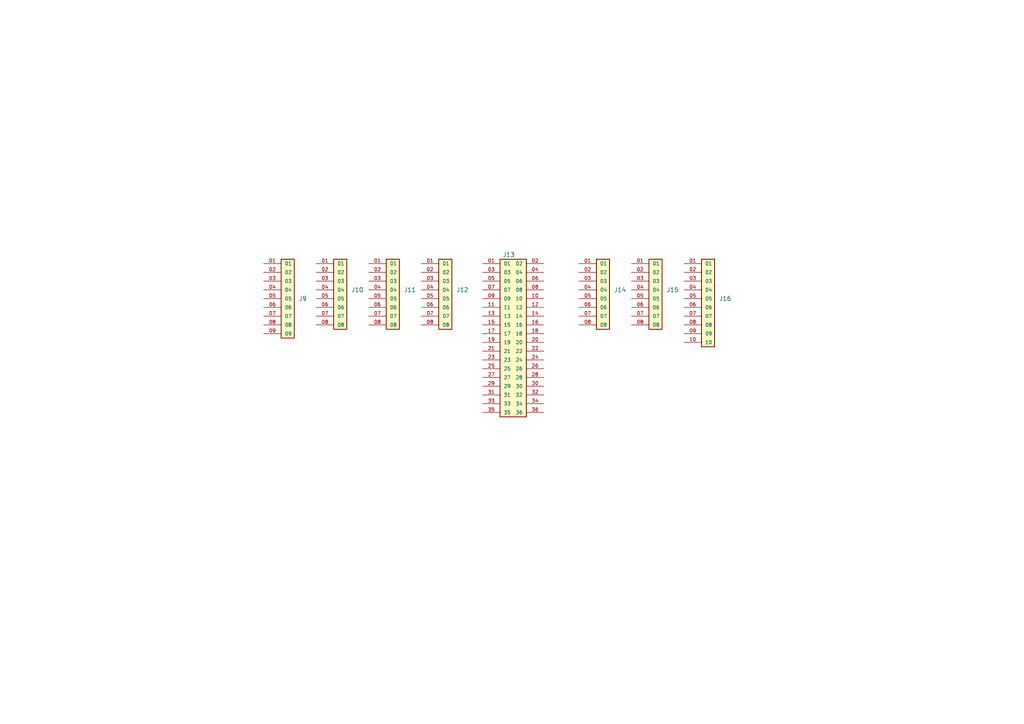
<source format=kicad_sch>
(kicad_sch (version 20230121) (generator eeschema)
  (paper "A4")
  (lib_symbols
    (symbol "SSQ-108-01-G-S:SSQ-108-01-G-S" (pin_names (offset 1.016)) (on_board no)
      (property "Reference" "J" (at 6.35 0 0))
      (symbol "SSQ-108-01-G-S_0_0"
        (rectangle (start 0 8.89) (end 3.81 -11.43) (stroke (width 0.254)) (fill (type background)))
        (pin passive line (at -5.08 7.62 0) (length 5.08) (name "01") (number "01"))
        (pin passive line (at -5.08 5.08 0) (length 5.08) (name "02") (number "02"))
        (pin passive line (at -5.08 2.54 0) (length 5.08) (name "03") (number "03"))
        (pin passive line (at -5.08 0 0) (length 5.08) (name "04") (number "04"))
        (pin passive line (at -5.08 -2.54 0) (length 5.08) (name "05") (number "05"))
        (pin passive line (at -5.08 -5.08 0) (length 5.08) (name "06") (number "06"))
        (pin passive line (at -5.08 -7.62 0) (length 5.08) (name "07") (number "07"))
        (pin passive line (at -5.08 -10.16 0) (length 5.08) (name "08") (number "08"))
      )
    )
    (symbol "SSQ-109-01-G-S:SSQ-109-01-G-S" (pin_names (offset 1.016)) (on_board no)
      (property "Reference" "J" (at 5.08 0 0))
      (symbol "SSQ-109-01-G-S_0_0"
        (rectangle (start 0 11.43) (end 3.81 -11.43) (stroke (width 0.254)) (fill (type background)))
        (pin passive line (at -5.08 10.16 0) (length 5.08) (name "01") (number "01"))
        (pin passive line (at -5.08 7.62 0) (length 5.08) (name "02") (number "02"))
        (pin passive line (at -5.08 5.08 0) (length 5.08) (name "03") (number "03"))
        (pin passive line (at -5.08 2.54 0) (length 5.08) (name "04") (number "04"))
        (pin passive line (at -5.08 0 0) (length 5.08) (name "05") (number "05"))
        (pin passive line (at -5.08 -2.54 0) (length 5.08) (name "06") (number "06"))
        (pin passive line (at -5.08 -5.08 0) (length 5.08) (name "07") (number "07"))
        (pin passive line (at -5.08 -7.62 0) (length 5.08) (name "08") (number "08"))
        (pin passive line (at -5.08 -10.16 0) (length 5.08) (name "09") (number "09"))
      )
    )
    (symbol "SSQ-110-01-G-S:SSQ-110-01-G-S" (pin_names (offset 1.016)) (on_board no)
      (property "Reference" "J" (at 1.27 15.24 0))
      (symbol "SSQ-110-01-G-S_0_0"
        (rectangle (start 0 13.97) (end 3.81 -11.43) (stroke (width 0.254)) (fill (type background)))
        (pin passive line (at -5.08 12.7 0) (length 5.08) (name "01") (number "01"))
        (pin passive line (at -5.08 10.16 0) (length 5.08) (name "02") (number "02"))
        (pin passive line (at -5.08 7.62 0) (length 5.08) (name "03") (number "03"))
        (pin passive line (at -5.08 5.08 0) (length 5.08) (name "04") (number "04"))
        (pin passive line (at -5.08 2.54 0) (length 5.08) (name "05") (number "05"))
        (pin passive line (at -5.08 0 0) (length 5.08) (name "06") (number "06"))
        (pin passive line (at -5.08 -2.54 0) (length 5.08) (name "07") (number "07"))
        (pin passive line (at -5.08 -5.08 0) (length 5.08) (name "08") (number "08"))
        (pin passive line (at -5.08 -7.62 0) (length 5.08) (name "09") (number "09"))
        (pin passive line (at -5.08 -10.16 0) (length 5.08) (name "10") (number "10"))
      )
    )
    (symbol "SSQ-118-01-G-D:SSQ-118-01-G-D" (pin_names (offset 1.016)) (on_board no)
      (property "Reference" "J" (at 0 25.4 0))
      (symbol "SSQ-118-01-G-D_0_0"
        (rectangle (start -3.81 24.13) (end 3.81 -21.59) (stroke (width 0.254)) (fill (type background)))
        (pin passive line (at -8.89 22.86 0) (length 5.08) (name "01") (number "01"))
        (pin passive line (at 8.89 22.86 180) (length 5.08) (name "02") (number "02"))
        (pin passive line (at -8.89 20.32 0) (length 5.08) (name "03") (number "03"))
        (pin passive line (at 8.89 20.32 180) (length 5.08) (name "04") (number "04"))
        (pin passive line (at -8.89 17.78 0) (length 5.08) (name "05") (number "05"))
        (pin passive line (at 8.89 17.78 180) (length 5.08) (name "06") (number "06"))
        (pin passive line (at -8.89 15.24 0) (length 5.08) (name "07") (number "07"))
        (pin passive line (at 8.89 15.24 180) (length 5.08) (name "08") (number "08"))
        (pin passive line (at -8.89 12.7 0) (length 5.08) (name "09") (number "09"))
        (pin passive line (at 8.89 12.7 180) (length 5.08) (name "10") (number "10"))
        (pin passive line (at -8.89 10.16 0) (length 5.08) (name "11") (number "11"))
        (pin passive line (at 8.89 10.16 180) (length 5.08) (name "12") (number "12"))
        (pin passive line (at -8.89 7.62 0) (length 5.08) (name "13") (number "13"))
        (pin passive line (at 8.89 7.62 180) (length 5.08) (name "14") (number "14"))
        (pin passive line (at -8.89 5.08 0) (length 5.08) (name "15") (number "15"))
        (pin passive line (at 8.89 5.08 180) (length 5.08) (name "16") (number "16"))
        (pin passive line (at -8.89 2.54 0) (length 5.08) (name "17") (number "17"))
        (pin passive line (at 8.89 2.54 180) (length 5.08) (name "18") (number "18"))
        (pin passive line (at -8.89 0 0) (length 5.08) (name "19") (number "19"))
        (pin passive line (at 8.89 0 180) (length 5.08) (name "20") (number "20"))
        (pin passive line (at -8.89 -2.54 0) (length 5.08) (name "21") (number "21"))
        (pin passive line (at 8.89 -2.54 180) (length 5.08) (name "22") (number "22"))
        (pin passive line (at -8.89 -5.08 0) (length 5.08) (name "23") (number "23"))
        (pin passive line (at 8.89 -5.08 180) (length 5.08) (name "24") (number "24"))
        (pin passive line (at -8.89 -7.62 0) (length 5.08) (name "25") (number "25"))
        (pin passive line (at 8.89 -7.62 180) (length 5.08) (name "26") (number "26"))
        (pin passive line (at -8.89 -10.16 0) (length 5.08) (name "27") (number "27"))
        (pin passive line (at 8.89 -10.16 180) (length 5.08) (name "28") (number "28"))
        (pin passive line (at -8.89 -12.7 0) (length 5.08) (name "29") (number "29"))
        (pin passive line (at 8.89 -12.7 180) (length 5.08) (name "30") (number "30"))
        (pin passive line (at -8.89 -15.24 0) (length 5.08) (name "31") (number "31"))
        (pin passive line (at 8.89 -15.24 180) (length 5.08) (name "32") (number "32"))
        (pin passive line (at -8.89 -17.78 0) (length 5.08) (name "33") (number "33"))
        (pin passive line (at 8.89 -17.78 180) (length 5.08) (name "34") (number "34"))
        (pin passive line (at -8.89 -20.32 0) (length 5.08) (name "35") (number "35"))
        (pin passive line (at 8.89 -20.32 180) (length 5.08) (name "36") (number "36"))
      )
    )
  )
  (symbol (lib_id "SSQ-108-01-G-S:SSQ-108-01-G-S") (at 172.974 84.074 0) (unit 1) (on_board no)
    (property "Reference" "J14" (at 178.054 84.074 0) (effects (justify left)))
    (property "Value" "SSQ-108-01-G-S" (effects hide))
    (property "Footprint" "SSQ-108-01-G-S:SAMTEC_SSQ-108-01-G-S" (effects hide))
    (property "Description" "CONN RCPT 8POS 0.1 GOLD PCB" (effects hide))
    (property "Manufacturer" "Samtec Inc." (effects hide))
    (property "MPN" "SSQ-108-01-G-S" (effects hide))
    (property "Supplier" "Digi-Key" (effects hide))
    (property "SPN" "SAM1180-08-ND" (effects hide))
  )
  (symbol (lib_id "SSQ-108-01-G-S:SSQ-108-01-G-S") (at 96.774 84.074 0) (unit 1) (on_board no)
    (property "Reference" "J10" (at 101.854 84.074 0) (effects (justify left)))
    (property "Value" "SSQ-108-01-G-S" (effects hide))
    (property "Footprint" "SSQ-108-01-G-S:SAMTEC_SSQ-108-01-G-S" (effects hide))
    (property "Description" "CONN RCPT 8POS 0.1 GOLD PCB" (effects hide))
    (property "Manufacturer" "Samtec Inc." (effects hide))
    (property "MPN" "SSQ-108-01-G-S" (effects hide))
    (property "Supplier" "Digi-Key" (effects hide))
    (property "SPN" "SAM1180-08-ND" (effects hide))
  )
  (symbol (lib_id "SSQ-108-01-G-S:SSQ-108-01-G-S") (at 188.214 84.074 0) (unit 1) (on_board no)
    (property "Reference" "J15" (at 193.294 84.074 0) (effects (justify left)))
    (property "Value" "SSQ-108-01-G-S" (effects hide))
    (property "Footprint" "SSQ-108-01-G-S:SAMTEC_SSQ-108-01-G-S" (effects hide))
    (property "Description" "CONN RCPT 8POS 0.1 GOLD PCB" (effects hide))
    (property "Manufacturer" "Samtec Inc." (effects hide))
    (property "MPN" "SSQ-108-01-G-S" (effects hide))
    (property "Supplier" "Digi-Key" (effects hide))
    (property "SPN" "SAM1180-08-ND" (effects hide))
  )
  (symbol (lib_id "SSQ-118-01-G-D:SSQ-118-01-G-D") (at 148.844 99.314 0) (unit 1) (on_board no)
    (property "Reference" "J13" (at 147.574 73.914 0))
    (property "Value" "SSQ-118-01-G-D" (effects hide))
    (property "Footprint" "SAMTEC_SSQ-118-01-G-D" (effects hide))
    (property "Description" "CONN RCPT 36POS 0.1 GOLD PCB" (effects hide))
    (property "Manufacturer" "Samtec Inc." (effects hide))
    (property "MPN" "SSQ-118-01-G-D" (effects hide))
    (property "Supplier" "Digi-Key" (effects hide))
    (property "SPN" "SAM1179-18-ND" (effects hide))
  )
  (symbol (lib_id "SSQ-108-01-G-S:SSQ-108-01-G-S") (at 112.014 84.074 0) (unit 1) (on_board no)
    (property "Reference" "J11" (at 117.094 84.074 0) (effects (justify left)))
    (property "Value" "SSQ-108-01-G-S" (effects hide))
    (property "Footprint" "SSQ-108-01-G-S:SAMTEC_SSQ-108-01-G-S" (effects hide))
    (property "Description" "CONN RCPT 8POS 0.1 GOLD PCB" (effects hide))
    (property "Manufacturer" "Samtec Inc." (effects hide))
    (property "MPN" "SSQ-108-01-G-S" (effects hide))
    (property "Supplier" "Digi-Key" (effects hide))
    (property "SPN" "SAM1180-08-ND" (effects hide))
  )
  (symbol (lib_id "SSQ-109-01-G-S:SSQ-109-01-G-S") (at 81.534 86.614 0) (unit 1) (on_board no)
    (property "Reference" "J9" (at 86.614 86.614 0) (effects (justify left)))
    (property "Value" "SSQ-109-01-G-S" (effects hide))
    (property "Footprint" "SAMTEC_SSQ-109-01-G-S" (effects hide))
    (property "Description" "CONN RCPT 9POS 0.1 GOLD PCB" (effects hide))
    (property "Manufacturer" "Samtec Inc." (effects hide))
    (property "MPN" "SSQ-109-01-G-S" (effects hide))
    (property "Supplier" "Digi-Key" (effects hide))
    (property "SPN" "SAM1180-09-ND" (effects hide))
  )
  (symbol (lib_id "SSQ-110-01-G-S:SSQ-110-01-G-S") (at 203.454 89.154 0) (unit 1) (on_board no)
    (property "Reference" "J16" (at 208.534 86.614 0) (effects (justify left)))
    (property "Value" "SSQ-110-01-G-S" (effects hide))
    (property "Footprint" "SAMTEC_SSQ-110-01-G-S" (effects hide))
    (property "Description" "CONN RCPT 10POS 0.1 GOLD PCB" (effects hide))
    (property "Manufacturer" "Samtec Inc." (effects hide))
    (property "MPN" "SSQ-110-01-G-S" (effects hide))
    (property "Supplier" "Digi-Key" (effects hide))
    (property "SPN" "SAM1180-10-ND" (effects hide))
  )
  (symbol (lib_id "SSQ-108-01-G-S:SSQ-108-01-G-S") (at 127.254 84.074 0) (unit 1) (on_board no)
    (property "Reference" "J12" (at 132.334 84.074 0) (effects (justify left)))
    (property "Value" "SSQ-108-01-G-S" (effects hide))
    (property "Footprint" "SSQ-108-01-G-S:SAMTEC_SSQ-108-01-G-S" (effects hide))
    (property "Description" "CONN RCPT 8POS 0.1 GOLD PCB" (effects hide))
    (property "Manufacturer" "Samtec Inc." (effects hide))
    (property "MPN" "SSQ-108-01-G-S" (effects hide))
    (property "Supplier" "Digi-Key" (effects hide))
    (property "SPN" "SAM1180-08-ND" (effects hide))
  )
)
</source>
